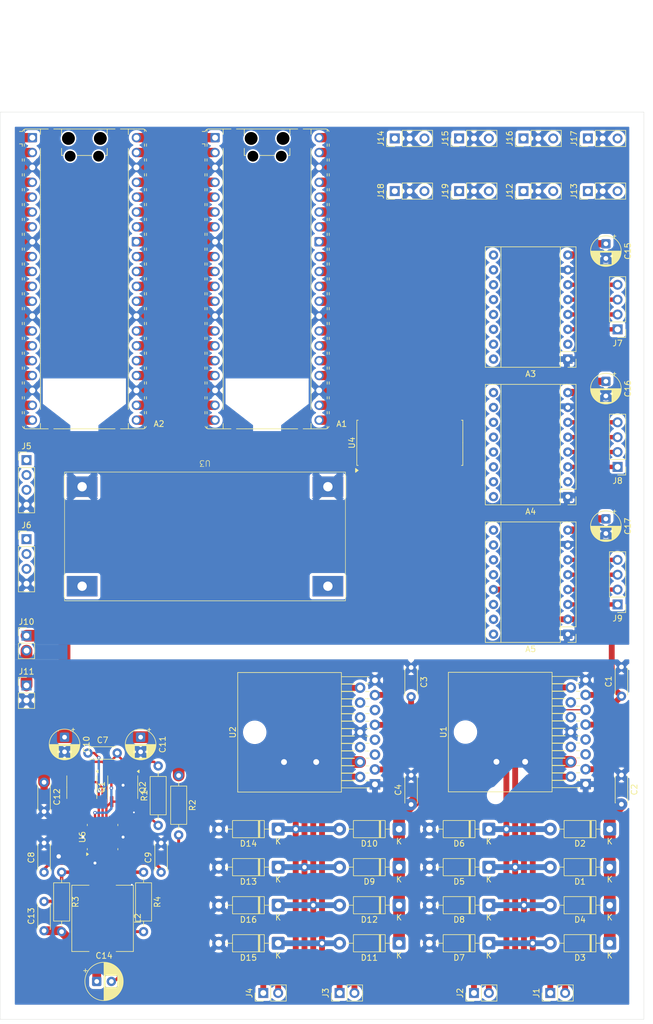
<source format=kicad_pcb>
(kicad_pcb (version 20241229) (generator "pcbnew") (generator_version "9.0")
  (layers (0 "F.Cu" signal) (2 "B.Cu" signal) (13 "F.Paste" user) (15 "B.Paste" user) (5 "F.SilkS" user "F.Silkscreen") (7 "B.SilkS" user "B.Silkscreen") (1 "F.Mask" user) (3 "B.Mask" user) (25 "Edge.Cuts" user))
  (net 0 "")
  (net 3 "I2C 0 SCL")
  (net 4 "Motor 2 Activation Pin")
  (net 5 "GNDPWR")
  (net 7 "Servo 3 PWM")
  (net 8 "Servo 8 PWM")
  (net 10 "Servo 2 PWM")
  (net 13 "+5VL")
  (net 14 "Servo 7 PWM")
  (net 16 "Servo 4 PWM")
  (net 18 "Servo 5 PWM")
  (net 20 "Motor 1 Activation Pin")
  (net 23 "Servo 1 PWM")
  (net 24 "Servo 6 PWM")
  (net 28 "Motor 3 Activation Pin")
  (net 30 "I2C 0 SDA")
  (net 33 "Motor 4 Activation Pin")
  (net 45 "I2C 1 SCL")
  (net 53 "I2C 1 SDA")
  (net 68 "Net-(A3-1A)")
  (net 69 "Net-(A3-1B)")
  (net 70 "Stepper 0 Sleep")
  (net 71 "Net-(A3-2A)")
  (net 72 "Steppers Dir")
  (net 73 "Stepper 0 Step")
  (net 74 "+12V")
  (net 75 "Net-(A3-2B)")
  (net 78 "Net-(A4-1B)")
  (net 80 "Stepper 1 Sleep")
  (net 81 "Net-(A4-2A)")
  (net 82 "Net-(A4-1A)")
  (net 85 "Net-(A4-2B)")
  (net 86 "Stepper 1 Step")
  (net 89 "Stepper 2 Sleep")
  (net 90 "Net-(A5-1B)")
  (net 91 "Net-(A5-1A)")
  (net 92 "Net-(A5-2A)")
  (net 93 "Stepper 2 Step")
  (net 96 "Net-(A5-2B)")
  (net 97 "Net-(U6-SW)")
  (net 98 "Net-(U6-BST)")
  (net 99 "Net-(U6-VCC)")
  (net 100 "Net-(U6-SS)")
  (net 101 "Net-(U6-FB)")
  (net 102 "+5VP")
  (net 103 "Net-(C14-Pad2)")
  (net 104 "Net-(D1-A)")
  (net 105 "Net-(D2-A)")
  (net 106 "Net-(D3-A)")
  (net 107 "Net-(D4-A)")
  (net 108 "Net-(D13-K)")
  (net 109 "Net-(D10-A)")
  (net 110 "Net-(D11-A)")
  (net 111 "Net-(D12-A)")
  (net 112 "Net-(J10-Pin_2)")
  (net 113 "Net-(Q1-G)")
  (net 114 "Net-(Q2-G)")
  (net 115 "Net-(U6-ILIM)")
  (net 116 "Net-(U6-RON)")
  (net 117 "Motor 1 Direction Pin 2")
  (net 118 "Motor 1 Direction Pin 1")
  (net 119 "Motor 2 Direction Pin 2")
  (net 120 "Motor 2 Direction Pin 1")
  (net 121 "Motor 4 Direction Pin 2")
  (net 122 "Motor 3 Direction Pin 1")
  (net 123 "Motor 3 Direction Pin 2")
  (net 124 "Motor 4 Direction Pin 1")
  (footprint "Connector_PinHeader_2.54mm:PinHeader_1x02_P2.54mm_Vertical" (layer "F.Cu") (at 235.5 218 90)
    (property "Reference" "J3")
    (property "Value" "Motor 2 Conn")
  )
  (footprint "Inductor_SMD:L_APV_APH1040" (layer "F.Cu") (at 195 205.25 -90)
    (property "Reference" "L2")
    (property "Value" "1.8uH")
  )
  (footprint "Capacitor_THT:C_Disc_D4.3mm_W1.9mm_P5.00mm" (layer "F.Cu") (at 185 197.3625 90)
    (property "Reference" "C8")
    (property "Value" "2.2uF")
  )
  (footprint "Module:Pololu_Breakout-16_15.2x20.3mm" (layer "F.Cu") (at 274.5 109.7 180)
    (property "Reference" "A3")
    (property "Value" "Pololu_Breakout_A4988")
  )
  (footprint "Package_SO:SOIC-8_3.9x4.9mm_P1.27mm" (layer "F.Cu") (at 198.45 182.8375 -90)
    (property "Reference" "Q2")
    (property "Value" "IRF8714PBF")
  )
  (footprint "Resistor_THT:R_Axial_DIN0207_L6.3mm_D2.5mm_P10.16mm_Horizontal" (layer "F.Cu") (at 208 180.84 -90)
    (property "Reference" "R2")
    (property "Value" "82.5kΩ")
  )
  (footprint "Diode_THT:D_DO-41_SOD81_P10.16mm_Horizontal" (layer "F.Cu") (at 281.66 209.5 180)
    (property "Reference" "D3")
    (property "Value" "1N4007")
  )
  (footprint "Connector_PinHeader_2.54mm:PinHeader_1x03_P2.54mm_Vertical" (layer "F.Cu") (at 266.92 81 90)
    (property "Reference" "J12")
    (property "Value" "Servo 4 Conn")
  )
  (footprint "Diode_THT:D_DO-41_SOD81_P10.16mm_Horizontal" (layer "F.Cu") (at 261 196.5 180)
    (property "Reference" "D5")
    (property "Value" "1N4007")
  )
  (footprint "Connector_PinHeader_2.54mm:PinHeader_1x04_P2.54mm_Vertical" (layer "F.Cu") (at 283 151.62 180)
    (property "Reference" "J9")
    (property "Value" "Stepper 2 Conn")
  )
  (footprint "Diode_THT:D_DO-41_SOD81_P10.16mm_Horizontal" (layer "F.Cu") (at 225 209.5 180)
    (property "Reference" "D15")
    (property "Value" "1N4007")
  )
  (footprint "Connector_PinHeader_2.54mm:PinHeader_1x04_P2.54mm_Vertical" (layer "F.Cu") (at 182 140.46)
    (property "Reference" "J6")
    (property "Value" "I2C 1 Conn")
  )
  (footprint "Module:RaspberryPi_Pico_Common_Unspecified" (layer "F.Cu") (at 191.89 96)
    (property "Reference" "A2")
    (property "Value" "RaspberryPi_Pico_W")
  )
  (footprint "Connector_PinHeader_2.54mm:PinHeader_1x03_P2.54mm_Vertical" (layer "F.Cu") (at 277.92 81 90)
    (property "Reference" "J13")
    (property "Value" "Servo 1 Conn")
  )
  (footprint "Capacitor_THT:C_Disc_D4.3mm_W1.9mm_P5.00mm" (layer "F.Cu") (at 185 207.3625 90)
    (property "Reference" "C13")
    (property "Value" "120pF")
  )
  (footprint "Package_SO:HTSSOP-14-1EP_4.4x5mm_P0.65mm_EP3.4x5mm_Mask3x3.1mm" (layer "F.Cu") (at 195 191.3625 90)
    (property "Reference" "U6")
    (property "Value" "LM3150MH")
  )
  (footprint "Module:Pololu_Breakout-16_15.2x20.3mm" (layer "F.Cu") (at 274.5 133.2 180)
    (property "Reference" "A4")
    (property "Value" "Pololu_Breakout_A4988")
  )
  (footprint "Connector_PinHeader_2.54mm:PinHeader_1x03_P2.54mm_Vertical" (layer "F.Cu") (at 244.92 72 90)
    (property "Reference" "J14")
    (property "Value" "Servo 2 Conn")
  )
  (footprint "Connector_PinHeader_2.54mm:PinHeader_1x02_P2.54mm_Vertical" (layer "F.Cu") (at 258.46 218 90)
    (property "Reference" "J2")
    (property "Value" "Motor 1 Conn")
  )
  (footprint "Connector_PinHeader_2.54mm:PinHeader_1x02_P2.54mm_Vertical" (layer "F.Cu") (at 271.5 218 90)
    (property "Reference" "J1")
    (property "Value" "Motor 0 Conn")
  )
  (footprint "Capacitor_THT:C_Disc_D4.3mm_W1.9mm_P5.00mm" (layer "F.Cu") (at 283.66 180.75 -90)
    (property "Reference" "C2")
    (property "Value" "100nF")
  )
  (footprint "Diode_THT:D_DO-41_SOD81_P10.16mm_Horizontal" (layer "F.Cu") (at 261 203 180)
    (property "Reference" "D8")
    (property "Value" "1N4007")
  )
  (footprint "Capacitor_THT:CP_Radial_D5.0mm_P2.50mm" (layer "F.Cu") (at 281 137 -90)
    (property "Reference" "C17")
    (property "Value" "100uF")
  )
  (footprint "Capacitor_THT:CP_Radial_D5.0mm_P2.50mm" (layer "F.Cu") (at 281 113.5 -90)
    (property "Reference" "C16")
    (property "Value" "100uF")
  )
  (footprint "Diode_THT:D_DO-41_SOD81_P10.16mm_Horizontal" (layer "F.Cu") (at 245.66 203 180)
    (property "Reference" "D12")
    (property "Value" "1N4007")
  )
  (footprint "Diode_THT:D_DO-41_SOD81_P10.16mm_Horizontal" (layer "F.Cu") (at 261 209.5 180)
    (property "Reference" "D7")
    (property "Value" "1N4007")
  )
  (footprint "Diode_THT:D_DO-41_SOD81_P10.16mm_Horizontal" (layer "F.Cu") (at 281.66 190 180)
    (property "Reference" "D2")
    (property "Value" "1N4007")
  )
  (footprint "Package_SO:SOIC-8_3.9x4.9mm_P1.27mm" (layer "F.Cu") (at 191.45 182.8375 -90)
    (property "Reference" "Q1")
    (property "Value" "IRF8714PBF")
  )
  (footprint "Capacitor_THT:CP_Radial_D5.0mm_P2.50mm" (layer "F.Cu") (at 281 90 -90)
    (property "Reference" "C15")
    (property "Value" "100uF")
  )
  (footprint "Connector_PinHeader_2.54mm:PinHeader_1x03_P2.54mm_Vertical" (layer "F.Cu") (at 244.92 81 90)
    (property "Reference" "J18")
    (property "Value" "Servo 7 Conn")
  )
  (footprint "Connector_PinHeader_2.54mm:PinHeader_1x03_P2.54mm_Vertical" (layer "F.Cu") (at 266.92 72 90)
    (property "Reference" "J16")
    (property "Value" "Servo 5 Conn")
  )
  (footprint "Capacitor_THT:CP_Radial_D5.0mm_P2.50mm" (layer "F.Cu") (at 201.5 174.294888 -90)
    (property "Reference" "C11")
    (property "Value" "10uF")
  )
  (footprint "Capacitor_THT:C_Disc_D4.3mm_W1.9mm_P5.00mm" (layer "F.Cu") (at 247.72 162.39 -90)
    (property "Reference" "C3")
    (property "Value" "100nF")
  )
  (footprint "Module:RaspberryPi_Pico_Common_Unspecified" (layer "F.Cu") (at 223.11 96)
    (property "Reference" "A1")
    (property "Value" "RaspberryPi_Pico")
  )
  (footprint "Diode_THT:D_DO-41_SOD81_P10.16mm_Horizontal" (layer "F.Cu") (at 245.66 190 180)
    (property "Reference" "D10")
    (property "Value" "1N4007")
  )
  (footprint "Connector_PinHeader_2.54mm:PinHeader_1x03_P2.54mm_Vertical" (layer "F.Cu") (at 255.92 72 90)
    (property "Reference" "J15")
    (property "Value" "Servo 3 Conn")
  )
  (footprint "Connector_PinHeader_2.54mm:PinHeader_1x02_P2.54mm_Vertical" (layer "F.Cu") (at 182 165.46)
    (property "Reference" "J11")
    (property "Value" "BAU")
  )
  (footprint "LM2596S-Module:LM2596S-Module" (layer "F.Cu") (at 212.5 140 180)
    (property "Reference" "U3")
    (property "Value" "~")
  )
  (footprint "Diode_THT:D_DO-41_SOD81_P10.16mm_Horizontal" (layer "F.Cu") (at 225 203 180)
    (property "Reference" "D16")
    (property "Value" "1N4007")
  )
  (footprint "Capacitor_THT:C_Disc_D4.3mm_W1.9mm_P5.00mm" (layer "F.Cu") (at 185 182 -90)
    (property "Reference" "C12")
    (property "Value" "100nF")
  )
  (footprint "Capacitor_THT:C_Disc_D4.3mm_W1.9mm_P5.00mm" (layer "F.Cu") (at 283.66 167.2925 90)
    (property "Reference" "C1")
    (property "Value" "100nF")
  )
  (footprint "Package_SO:SOIC-28W_7.5x17.9mm_P1.27mm" (layer "F.Cu") (at 247.5 124 90)
    (property "Reference" "U4")
    (property "Value" "MCP23017_SO")
  )
  (footprint "Diode_THT:D_DO-41_SOD81_P10.16mm_Horizontal" (layer "F.Cu") (at 281.66 203 180)
    (property "Reference" "D4")
    (property "Value" "1N4007")
  )
  (footprint "Module:Pololu_Breakout-16_15.2x20.3mm" (layer "F.Cu") (at 274.5 156.7 180)
    (property "Reference" "A5")
    (property "Value" "Pololu_Breakout_A4988")
  )
  (footprint "Connector_PinHeader_2.54mm:PinHeader_1x03_P2.54mm_Vertical" (layer "F.Cu") (at 277.92 72 90)
    (property "Reference" "J17")
    (property "Value" "Servo 6 Conn")
  )
  (footprint "Capacitor_THT:C_Disc_D4.3mm_W1.9mm_P5.00mm" (layer "F.Cu") (at 192.5 177)
    (property "Reference" "C7")
    (property "Value" "470nF")
  )
  (footprint "Diode_THT:D_DO-41_SOD81_P10.16mm_Horizontal" (layer "F.Cu") (at 281.66 196.5 180)
    (property "Reference" "D1")
    (property "Value" "1N4007")
  )
  (footprint "Diode_THT:D_DO-41_SOD81_P10.16mm_Horizontal" (layer "F.Cu") (at 245.66 196.5 180)
    (property "Reference" "D9")
    (property "Value" "1N4007")
  )
  (footprint "Resistor_THT:R_Axial_DIN0207_L6.3mm_D2.5mm_P10.16mm_Horizontal" (layer "F.Cu") (at 202 197.3625 -90)
    (property "Reference" "R4")
    (property "Value" "10kΩ")
  )
  (footprint "Capacitor_THT:CP_Radial_D6.3mm_P2.50mm" (layer "F.Cu") (at 194 216.0225)
    (property "Reference" "C14")
    (property "Value" "120uF")
  )
  (footprint "Package_TO_SOT_THT:TO-220-15_P2.54x2.54mm_StaggerOdd_Lead5.84mm_TabDown" (layer "F.Cu") (at 277.54 182.31 90)
    (property "Reference" "U1")
    (property "Value" "L298HN")
  )
  (footprint "Capacitor_THT:C_Disc_D4.3mm_W1.9mm_P5.00mm" (layer "F.Cu") (at 247.72 185.7925 90)
    (property "Reference" "C4")
    (property "Value" "100nF")
  )
  (footprint "Resistor_THT:R_Axial_DIN0207_L6.3mm_D2.5mm_P10.16mm_Horizontal" (layer "F.Cu") (at 188 197.3625 -90)
    (property "Reference" "R3")
    (property "Value" "73.2kΩ")
  )
  (footprint "Capacitor_THT:C_Disc_D4.3mm_W1.9mm_P5.00mm" (layer "F.Cu") (at 205 197.3625 90)
    (property "Reference" "C9")
    (property "Value" "15nF")
  )
  (footprint "Connector_PinHeader_2.54mm:PinHeader_1x04_P2.54mm_Vertical" (layer "F.Cu") (at 182 126.96)
    (property "Reference" "J5")
    (property "Value" "I2C 0 Conn")
  )
  (footprint "Diode_THT:D_DO-41_SOD81_P10.16mm_Horizontal" (layer "F.Cu") (at 245.66 209.5 180)
    (property "Reference" "D11")
    (property "Value" "1N4007")
  )
  (footprint "Connector_PinHeader_2.54mm:PinHeader_1x03_P2.54mm_Vertical" (layer "F.Cu") (at 255.92 81 90)
    (property "Reference" "J19")
    (property "Value" "Servo 8 Conn")
  )
  (footprint "Package_TO_SOT_THT:TO-220-15_P2.54x2.54mm_StaggerOdd_Lead5.84mm_TabDown" (layer "F.Cu") (at 241.54 182.35 90)
    (property "Reference" "U2")
    (property "Value" "L298HN")
  )
  (footprint "Diode_THT:D_DO-41_SOD81_P10.16mm_Horizontal" (layer "F.Cu") (at 261 190 180)
    (property "Reference" "D6")
    (property "Value" "1N4007")
  )
  (footprint "Connector_PinHeader_2.54mm:PinHeader_1x04_P2.54mm_Vertical" (layer "F.Cu") (at 283 128.12 180)
    (property "Reference" "J8")
    (property "Value" "Stepper 1 Conn")
  )
  (footprint "Diode_THT:D_DO-41_SOD81_P10.16mm_Horizontal" (layer "F.Cu") (at 225 190 180)
    (property "Reference" "D14")
    (property "Value" "1N4007")
  )
  (footprint "Connector_PinHeader_2.54mm:PinHeader_1x02_P2.54mm_Vertical" (layer "F.Cu") (at 222.46 218 90)
    (property "Reference" "J4")
    (property "Value" "Motor 3 Conn")
  )
  (footprint "Connector_PinHeader_2.54mm:PinHeader_1x04_P2.54mm_Vertical" (layer "F.Cu") (at 283 104.62 180)
    (property "Reference" "J7")
    (property "Value" "Stepper 0 Conn")
  )
  (footprint "Capacitor_THT:CP_Radial_D5.0mm_P2.50mm" (layer "F.Cu") (at 188.5 174.294888 -90)
    (property "Reference" "C10")
    (property "Value" "10uF")
  )
  (footprint "Diode_THT:D_DO-41_SOD81_P10.16mm_Horizontal" (layer "F.Cu") (at 225 196.5 180)
    (property "Reference" "D13")
    (property "Value" "1N4007")
  )
  (footprint "Resistor_THT:R_Axial_DIN0207_L6.3mm_D2.5mm_P10.16mm_Horizontal" (layer "F.Cu") (at 204.5 189.3625 90)
    (property "Reference" "R1")
    (property "Value" "665Ω")
  )
  (footprint "Connector_PinHeader_2.54mm:PinHeader_1x02_P2.54mm_Vertical" (layer "F.Cu") (at 182 156.96)
    (property "Reference" "J10")
    (property "Value" "12V Battery")
  )
  (gr_rect (start 177.5 67.5) (end 287.5 222.5) (stroke (width 0.05)) (fill no) (layer "Edge.Cuts"))
  (segment (start 277.54 169.61) (end 271.11 169.61) (width 0.2) (layer "F.Cu") (net 4))
  (segment (start 271.11 169.61) (end 269.5 168) (width 0.2) (layer "F.Cu") (net 4))
  (segment (start 195.65 192.0125) (end 195 191.3625) (width 0.5) (layer "F.Cu") (net 5))
  (segment (start 199.085 180.3625) (end 197.815 180.3625) (width 0.6) (layer "F.Cu") (net 5))
  (segment (start 196.3 190.0625) (end 195 191.3625) (width 0.5) (layer "F.Cu") (net 5))
  (segment (start 195 191.3625) (end 194.3625 191.3625) (width 0.5) (layer "F.Cu") (net 5))
  (segment (start 193.05 190.05) (end 193.05 188.5) (width 0.5) (layer "F.Cu") (net 5))
  (segment (start 199.085 180.3625) (end 199.085 181.915) (width 0.6) (layer "F.Cu") (net 5))
  (segment (start 195 191.3625) (end 191.6375 191.3625) (width 0.5) (layer "F.Cu") (net 5))
  (segment (start 196.3 188.5) (end 196.3 190.0625) (width 0.5) (layer "F.Cu") (net 5))
  (segment (start 200.355 180.3625) (end 199.085 180.3625) (width 0.6) (layer "F.Cu") (net 5))
  (segment (start 199.085 181.915) (end 198.5 182.5) (width 0.6) (layer "F.Cu") (net 5))
  (segment (start 195.65 194.225) (end 195.65 192.0125) (width 0.5) (layer "F.Cu") (net 5))
  (segment (start 195 191.3625) (end 198.5 191.3625) (width 0.5) (layer "F.Cu") (net 5))
  (segment (start 194.3625 191.3625) (end 193.05 190.05) (width 0.5) (layer "F.Cu") (net 5))
  (via (at 198.5 191.3625) (size 1) (drill 0.5) (layers "F.Cu" "B.Cu") (net 5))
  (via (at 198.5 182.5) (size 1) (drill 0.5) (layers "F.Cu" "B.Cu") (net 5))
  (via (at 191.6375 191.3625) (size 1) (drill 0.5) (layers "F.Cu" "B.Cu") (net 5))
  (segment (start 282 168.9525) (end 283.66 167.2925) (width 1) (layer "F.Cu") (net 13))
  (segment (start 282 155.5) (end 280.66 154.16) (width 1) (layer "F.Cu") (net 13))
  (segment (start 280.66 154.16) (end 274.5 154.16) (width 1) (layer "F.Cu") (net 13))
  (segment (start 282 171) (end 282 168.9525) (width 1) (layer "F.Cu") (net 13))
  (segment (start 246.31 172.19) (end 247.72 170.78) (width 1) (layer "F.Cu") (net 13))
  (segment (start 283.66 167.2925) (end 282 165.6325) (width 1) (layer "F.Cu") (net 13))
  (segment (start 247.72 170.78) (end 247.72 167.39) (width 1) (layer "F.Cu") (net 13))
  (segment (start 277.54 172.15) (end 280.85 172.15) (width 1) (layer "F.Cu") (net 13))
  (segment (start 265.58 149.08) (end 261.8 149.08) (width 1) (layer "F.Cu") (net 13))
  (segment (start 282 165.6325) (end 282 155.5) (width 1) (layer "F.Cu") (net 13))
  (segment (start 280.85 172.15) (end 282 171) (width 1) (layer "F.Cu") (net 13))
  (segment (start 270.66 154.16) (end 265.58 149.08) (width 1) (layer "F.Cu") (net 13))
  (segment (start 274.5 154.16) (end 270.66 154.16) (width 1) (layer "F.Cu") (net 13))
  (segment (start 241.54 172.19) (end 246.31 172.19) (width 1) (layer "F.Cu") (net 13))
  (segment (start 274.34 102.08) (end 283 102.08) (width 0.75) (layer "F.Cu") (net 68))
  (segment (start 283 104.62) (end 274.34 104.62) (width 0.75) (layer "F.Cu") (net 69))
  (segment (start 283 99.54) (end 274.34 99.54) (width 0.75) (layer "F.Cu") (net 71))
  (segment (start 245.66 190) (end 245.66 187.8525) (width 2) (layer "F.Cu") (net 74))
  (segment (start 186.205112 174.294888) (end 185 175.5) (width 2) (layer "F.Cu") (net 74))
  (segment (start 281 90) (end 278 90) (width 1.25) (layer "F.Cu") (net 74))
  (segment (start 188.5 158) (end 188.5 174.294888) (width 2) (layer "F.Cu") (net 74))
  (segment (start 208 175) (end 208 180.84) (width 2) (layer "F.Cu") (net 74))
  (segment (start 267.2 178.5) (end 275 178.5) (width 2) (layer "F.Cu") (net 74))
  (segment (start 201.5 174.294888) (end 207.294888 174.294888) (width 2) (layer "F.Cu") (net 74))
  (segment (start 278 113.5) (end 276.08 115.42) (width 1.25) (layer "F.Cu") (net 74))
  (segment (start 281.66 203) (end 281.66 196.5) (width 2) (layer "F.Cu") (net 74))
  (segment (start 188.5 174.294888) (end 186.205112 174.294888) (width 2) (layer "F.Cu") (net 74))
  (segment (start 245.66 203) (end 245.66 196.5) (width 2) (layer "F.Cu") (net 74))
  (segment (start 185 175.5) (end 185 182) (width 2) (layer "F.Cu") (net 74))
  (segment (start 193.7 194.225) (end 193.7 195.8) (width 0.6) (layer "F.Cu") (net 74))
  (segment (start 239 178.54) (end 231.5 178.54) (width 2) (layer "F.Cu") (net 74))
  (segment (start 211.54 178.54) (end 208 175) (width 2) (layer "F.Cu") (net 74))
  (segment (start 281.66 196.5) (end 281.66 190) (width 2) (layer "F.Cu") (net 74))
  (segment (start 255.0125 178.5) (end 247.72 185.7925) (width 2) (layer "F.Cu") (net 74))
  (segment (start 226 178.54) (end 211.54 178.54) (width 2) (layer "F.Cu") (net 74))
  (segment (start 187.46 156.96) (end 188.5 158) (width 2) (layer "F.Cu") (net 74))
  (segment (start 189.545 185.3125) (end 185.8125 185.3125) (width 1.25) (layer "F.Cu") (net 74))
  (segment (start 281.66 187.75) (end 283.66 185.75) (width 2) (layer "F.Cu") (net 74))
  (segment (start 192.085 185.3125) (end 190.815 185.3125) (width 1.25) (layer "F.Cu") (net 74))
  (segment (start 281 113.5) (end 278 113.5) (width 1.25) (layer "F.Cu") (net 74))
  (segment (start 193.355 185.3125) (end 192.085 185.3125) (width 1.25) (layer "F.Cu") (net 74))
  (segment (start 276.08 91.92) (end 274.5 91.92) (width 1.25) (layer "F.Cu") (net 74))
  (segment (start 188.5 174.294888) (end 201.5 174.294888) (width 2) (layer "F.Cu") (net 74))
  (segment (start 187.5 187) (end 185.8125 185.3125) (width 1.25) (layer "F.Cu") (net 74))
  (segment (start 185.8125 185.3125) (end 185 184.5) (width 1.25) (layer "F.Cu") (net 74))
  (segment (start 278 137) (end 276.08 138.92) (width 1.25) (layer "F.Cu") (net 74))
  (segment (start 278 90) (end 276.08 91.92) (width 1.25) (layer "F.Cu") (net 74))
  (segment (start 276.08 138.92) (end 274.5 138.92) (width 1.25) (layer "F.Cu") (net 74))
  (segment (start 281.66 190) (end 281.66 187.75) (width 2) (layer "F.Cu") (net 74))
  (segment (start 182 156.96) (end 187.46 156.96) (width 2) (layer "F.Cu") (net 74))
  (segment (start 185 184.5) (end 185 182) (width 1.25) (layer "F.Cu") (net 74))
  (segment (start 281 137) (end 278 137) (width 1.25) (layer "F.Cu") (net 74))
  (segment (start 245.66 187.8525) (end 247.72 185.7925) (width 2) (layer "F.Cu") (net 74))
  (segment (start 187.5 194.6625) (end 187.5 187) (width 1.25) (layer "F.Cu") (net 74))
  (segment (start 245.66 209.5) (end 245.66 203) (width 2) (layer "F.Cu") (net 74))
  (segment (start 190.815 185.3125) (end 189.545 185.3125) (width 1.25) (layer "F.Cu") (net 74))
  (segment (start 207.294888 174.294888) (end 208 175) (width 2) (layer "F.Cu") (net 74))
  (segment (start 276.08 115.42) (end 274.5 115.42) (width 1.25) (layer "F.Cu") (net 74))
  (segment (start 245.66 196.5) (end 245.66 190) (width 2) (layer "F.Cu") (net 74))
  (segment (start 262.3 178.5) (end 255.0125 178.5) (width 2) (layer "F.Cu") (net 74))
  (segment (start 281.66 209.5) (end 281.66 203) (width 2) (layer "F.Cu") (net 74))
  (via (at 226 178.54) (size 2) (drill 1) (layers "F.Cu" "B.Cu") (net 74))
  (via (at 193.7 195.8) (size 1) (drill 0.5) (layers "F.Cu" "B.Cu") (net 74))
  (via (at 262.3 178.5) (size 2) (drill 1) (layers "F.Cu" "B.Cu") (net 74))
  (via (at 231.5 178.54) (size 2) (drill 1) (layers "F.Cu" "B.Cu") (net 74))
  (via (at 187.5 194.6625) (size 1.5) (drill 0.75) (layers "F.Cu" "B.Cu") (net 74))
  (via (at 267.2 178.5) (size 2) (drill 1) (layers "F.Cu" "B.Cu") (net 74))
  (segment (start 262.3 178.5) (end 267.2 178.5) (width 2) (layer "B.Cu") (net 74))
  (segment (start 274.45 185.75) (end 267.2 178.5) (width 2) (layer "B.Cu") (net 74))
  (segment (start 188.6375 195.8) (end 193.7 195.8) (width 0.6) (layer "B.Cu") (net 74))
  (segment (start 283.66 185.75) (end 274.45 185.75) (width 2) (layer "B.Cu") (net 74))
  (segment (start 238.7525 185.7925) (end 231.5 178.54) (width 2) (layer "B.Cu") (net 74))
  (segment (start 231.5 178.54) (end 226 178.54) (width 2) (layer "B.Cu") (net 74))
  (segment (start 187.5 194.6625) (end 188.6375 195.8) (width 0.6) (layer "B.Cu") (net 74))
  (segment (start 247.72 185.7925) (end 238.7525 185.7925) (width 2) (layer "B.Cu") (net 74))
  (segment (start 283 97) (end 274.34 97) (width 0.75) (layer "F.Cu") (net 75))
  (segment (start 274.5 128.12) (end 283 128.12) (width 0.75) (layer "F.Cu") (net 78))
  (segment (start 274.5 123.04) (end 283 123.04) (width 0.75) (layer "F.Cu") (net 81))
  (segment (start 274.5 125.58) (end 283 125.58) (width 0.75) (layer "F.Cu") (net 82))
  (segment (start 274.5 120.5) (end 283 120.5) (width 0.75) (layer "F.Cu") (net 85))
  (segment (start 274.5 151.62) (end 283 151.62) (width 0.75) (layer "F.Cu") (net 90))
  (segment (start 283 149.08) (end 274.5 149.08) (width 0.75) (layer "F.Cu") (net 91))
  (segment (start 274.5 146.54) (end 283 146.54) (width 0.75) (layer "F.Cu") (net 92))
  (segment (start 283 144) (end 274.5 144) (width 0.75) (layer "F.Cu") (net 96))
  (segment (start 195 178.5) (end 193 178.5) (width 0.4) (layer "F.Cu") (net 97))
  (segment (start 195.65 179.15) (end 197.5 177.3) (width 0.4) (layer "F.Cu") (net 97))
  (segment (start 199.085 185.3125) (end 197.815 185.3125) (width 0.4) (layer "F.Cu") (net 97))
  (segment (start 195.65 179.15) (end 195 178.5) (width 0.4) (layer "F.Cu") (net 97))
  (segment (start 195.65 188.5) (end 195.65 186.2075) (width 0.4) (layer "F.Cu") (net 97))
  (segment (start 203.7975 178.5) (end 198.7 178.5) (width 0.4) (layer "F.Cu") (net 97))
  (segment (start 198.7 178.5) (end 197.5 177.3) (width 0.4) (layer "F.Cu") (net 97))
  (segment (start 200 199.5) (end 199 200.5) (width 0.4) (layer "F.Cu") (net 97))
  (segment (start 192.085 180.3625) (end 190.815 180.3625) (width 0.4) (layer "F.Cu") (net 97))
  (segment (start 193.355 180.3625) (end 192.085 180.3625) (width 0.4) (layer "F.Cu") (net 97))
  (segment (start 197.5 177.3) (end 197.5 177) (width 0.4) (layer "F.Cu") (net 97))
  (segment (start 204.5 179.2025) (end 203.7975 178.5) (width 0.4) (layer "F.Cu") (net 97))
  (segment (start 200.355 187.145) (end 200.355 185.3125) (width 0.4) (layer "F.Cu") (net 97))
  (segment (start 192.085 179.415) (end 192.085 180.3625) (width 0.4) (layer "F.Cu") (net 97))
  (segment (start 200.355 185.3125) (end 199.085 185.3125) (width 0.4) (layer "F.Cu") (net 97))
  (segment (start 199 200.5) (end 195 200.5) (width 0.4) (layer "F.Cu") (net 97))
  (segment (start 193 178.5) (end 192.085 179.415) (width 0.4) (layer "F.Cu") (net 97))
  (segment (start 195.65 186.2075) (end 196.545 185.3125) (width 0.4) (layer "F.Cu") (net 97))
  (segment (start 197.815 185.3125) (end 196.545 185.3125) (width 0.4) (layer "F.Cu") (net 97))
  (segment (start 195.65 186.2075) (end 195.65 179.15) (width 0.4) (layer "F.Cu") (net 97))
  (via (at 200.355 187.145) (size 0.6) (drill 0.3) (layers "F.Cu" "B.Cu") (net 97))
  (via (at 200 199.5) (size 0.6) (drill 0.3) (layers "F.Cu" "B.Cu") (net 97))
  (segment (start 200 199.5) (end 200.355 199.145) (width 0.4) (layer "B.Cu") (net 97))
  (segment (start 200.355 199.145) (end 200.355 187.145) (width 0.4) (layer "B.Cu") (net 97))
  (segment (start 194.35 177.8) (end 193.55 177) (width 0.4) (layer "F.Cu") (net 98))
  (segment (start 193.55 177) (end 192.5 177) (width 0.4) (layer "F.Cu") (net 98))
  (segment (start 194.35 183.5) (end 194.35 188.5) (width 0.4) (layer "F.Cu") (net 98))
  (via (at 194.35 177.8) (size 0.6) (drill 0.3) (layers "F.Cu" "B.Cu") (net 98))
  (via (at 194.35 183.5) (size 0.6) (drill 0.3) (layers "F.Cu" "B.Cu") (net 98))
  (segment (start 194.35 177.8) (end 194.35 183.5) (width 0.4) (layer "B.Cu") (net 98))
  (segment (start 193.05 194.8125) (end 193.05 194.225) (width 0.3) (layer "F.Cu") (net 99))
  (segment (start 185 197.3625) (end 185 196.8625) (width 0.5) (layer "F.Cu") (net 99))
  (segment (start 185 196.8625) (end 186 195.8625) (width 0.5) (layer "F.Cu") (net 99))
  (segment (start 186 195.8625) (end 192 195.8625) (width 0.5) (layer "F.Cu") (net 99))
  (segment (start 192 195.8625) (end 193.05 194.8125) (width 0.5) (layer "F.Cu") (net 99))
  (segment (start 197.23013 195.8625) (end 204 195.8625) (width 0.5) (layer "F.Cu") (net 100))
  (segment (start 196.3 194.225) (end 196.3 194.93237) (width 0.5) (layer "F.Cu") (net 100))
  (segment (start 205 196.8625) (end 205 197.3625) (width 0.3) (layer "F.Cu") (net 100))
  (segment (start 196.3 194.93237) (end 197.23013 195.8625) (width 0.5) (layer "F.Cu") (net 100))
  (segment (start 204 195.8625) (end 205 196.8625) (width 0.5) (layer "F.Cu") (net 100))
  (segment (start 188 201.5) (end 188 197.3625) (width 0.6) (layer "F.Cu") (net 101))
  (segment (start 194.1375 197.3625) (end 195 196.5) (width 0.6) (layer "F.Cu") (net 101))
  (segment (start 187.1375 202.3625) (end 188 201.5) (width 0.6) (layer "F.Cu") (net 101))
  (segment (start 195.8625 197.3625) (end 202 197.3625) (width 0.6) (layer "F.Cu") (net 101))
  (segment (start 195 196.5) (end 195 194.225) (width 0.6) (layer "F.Cu") (net 101))
  (segment (start 185 202.3625) (end 187.1375 202.3625) (width 0.6) (layer "F.Cu") (net 101))
  (segment (start 188 197.3625) (end 194.1375 197.3625) (width 0.6) (layer "F.Cu") (net 101))
  (segment (start 195 196.5) (end 195.8625 197.3625) (width 0.6) (layer "F.Cu") (net 101))
  (segment (start 195 210) (end 190.4775 210) (width 1.5) (layer "F.Cu") (net 102))
  (segment (start 188 207.5225) (end 187.9775 207.5) (width 1.5) (layer "F.Cu") (net 102))
  (segment (start 187.84 207.3625) (end 188 207.5225) (width 1.5) (layer "F.Cu") (net 102))
  (segment (start 194 216.0225) (end 194 211) (width 1.5) (layer "F.Cu") (net 102))
  (segment (start 190.4775 210) (end 188 207.5225) (width 1.5) (layer "F.Cu") (net 102))
  (segment (start 194 211) (end 195 210) (width 1.5) (layer "F.Cu") (net 102))
  (segment (start 185 207.3625) (end 187.84 207.3625) (width 1.5) (layer "F.Cu") (net 102))
  (segment (start 198 208.5) (end 198 215.02089) (width 0.5) (layer "F.Cu") (net 103))
  (segment (start 196.99839 216.0225) (end 196.5 216.0225) (width 0.5) (layer "F.Cu") (net 103))
  (segment (start 202 207.5225) (end 198.9775 207.5225) (width 0.5) (layer "F.Cu") (net 103))
  (segment (start 198.9775 207.5225) (end 198 208.5) (width 0.5) (layer "F.Cu") (net 103))
  (segment (start 198 215.02089) (end 196.99839 216.0225) (width 0.5) (layer "F.Cu") (net 103))
  (segment (start 265.5 167) (end 266.7 165.8) (width 1) (layer "F.Cu") (net 104))
  (segment (start 266.7 165.8) (end 275 165.8) (width 1) (layer "F.Cu") (net 104))
  (segment (start 265.5 196.5) (end 265.5 167) (width 1) (layer "F.Cu") (net 104))
  (segment (start 262 215) (end 261 216) (width 1) (layer "F.Cu") (net 104))
  (segment (start 261 216) (end 261 218) (width 1) (layer "F.Cu") (net 104))
  (segment (start 265.5 214) (end 264.5 215) (width 1) (layer "F.Cu") (net 104))
  (segment (start 265.5 214) (end 265.5 196.5) (width 1) (layer "F.Cu") (net 104))
  (segment (start 264.5 215) (end 262 215) (width 1) (layer "F.Cu") (net 104))
  (via (at 265.5 196.5) (size 1.5) (drill 0.75) (layers "F.Cu" "B.Cu") (net 104))
  (segment (start 261 196.5) (end 265.5 196.5) (width 1) (layer "B.Cu") (net 104))
  (segment (start 271.5 196.5) (end 265.5 196.5) (width 1) (layer "B.Cu") (net 104))
  (segment (start 280.5 166) (end 279.43 167.07) (width 1) (layer "F.Cu") (net 105))
  (segment (start 264 212.5) (end 263 213.5) (width 1) (layer "F.Cu") (net 105))
  (segment (start 258.46 214.54) (end 258.46 218) (width 1) (layer "F.Cu") (net 105))
  (segment (start 265 162.5) (end 279.5 162.5) (width 1) (layer "F.Cu") (net 105))
  (segment (start 264 163.5) (end 265 162.5) (width 1) (layer "F.Cu") (net 105))
  (segment (start 279.43 167.07) (end 277.54 167.07) (width 1) (layer "F.Cu") (net 105))
  (segment (start 259.5 213.5) (end 258.46 214.54) (width 1) (layer "F.Cu") (net 105))
  (segment (start 263 213.5) (end 259.5 213.5) (width 1) (layer "F.Cu") (net 105))
  (segment (start 279.5 162.5) (end 280.5 163.5) (width 1) (layer "F.Cu") (net 105))
  (segment (start 280.5 163.5) (end 280.5 166) (width 1) (layer "F.Cu") (net 105))
  (segment (start 264 190) (end 264 163.5) (width 1) (layer "F.Cu") (net 105))
  (segment (start 264 190) (end 264 212.5) (width 1) (layer "F.Cu") (net 105))
  (via (at 264 190) (size 1.5) (drill 0.75) (layers "F.Cu" "B.Cu") (net 105))
  (segment (start 271.5 190) (end 264 190) (width 1) (layer "B.Cu") (net 105))
  (segment (start 261 190) (end 264 190) (width 1) (layer "B.Cu") (net 105))
  (segment (start 279.5 186) (end 280.5 185) (width 1) (layer "F.Cu") (net 106))
  (segment (start 280.5 181) (end 279.27 179.77) (width 1) (layer "F.Cu") (net 106))
  (segment (start 268.5 209.5) (end 268.5 212.5) (width 1) (layer "F.Cu") (net 106))
  (segment (start 279.27 179.77) (end 277.54 179.77) (width 1) (layer "F.Cu") (net 106))
  (segment (start 269.5 186) (end 279.5 186) (width 1) (layer "F.Cu") (net 106))
  (segment (start 273 213.5) (end 274.04 214.54) (width 1) (layer "F.Cu") (net 106))
  (segment (start 268.5 187) (end 269.5 186) (width 1) (layer "F.Cu") (net 106))
  (segment (start 280.5 185) (end 280.5 181) (width 1) (layer "F.Cu") (net 106))
  (segment (start 268.5 212.5) (end 269.5 213.5) (width 1) (layer "F.Cu") (net 106))
  (segment (start 274.04 214.54) (end 274.04 218) (width 1) (layer "F.Cu") (net 106))
  (segment (start 269.5 213.5) (end 273 213.5) (width 1) (layer "F.Cu") (net 106))
  (segment (start 268.5 209.5) (end 268.5 187) (width 1) (layer "F.Cu") (net 106))
  (via (at 268.5 209.5) (size 1.5) (drill 0.75) (layers "F.Cu" "B.Cu") (net 106))
  (segment (start 268.5 209.5) (end 261 209.5) (width 1) (layer "B.Cu") (net 106))
  (segment (start 271.5 209.5) (end 268.5 209.5) (width 1) (layer "B.Cu") (net 106))
  (segment (start 271.5 216) (end 271.5 218) (width 1) (layer "F.Cu") (net 107))
  (segment (start 267 182) (end 267.96 181.04) (width 1) (layer "F.Cu") (net 107))
  (segment (start 270.5 215) (end 271.5 216) (width 1) (layer "F.Cu") (net 107))
  (segment (start 267 203) (end 267 214) (width 1) (layer "F.Cu") (net 107))
  (segment (start 267.96 181.04) (end 275 181.04) (width 1) (layer "F.Cu") (net 107))
  (segment (start 268 215) (end 270.5 215) (width 1) (layer "F.Cu") (net 107))
  (segment (start 267 214) (end 268 215) (width 1) (layer "F.Cu") (net 107))
  (segment (start 267 203) (end 267 182) (width 1) (layer "F.Cu") (net 107))
  (via (at 267 203) (size 1.5) (drill 0.75) (layers "F.Cu" "B.Cu") (net 107))
  (segment (start 271.5 203) (end 267 203) (width 1) (layer "B.Cu") (net 107))
  (segment (start 261 203) (end 267 203) (width 1) (layer "B.Cu") (net 107))
  (segment (start 230.62 165.88) (end 239 165.88) (width 1) (layer "F.Cu") (net 108))
  (segment (start 229.5 214) (end 228.5 215) (width 1) (layer "F.Cu") (net 108))
  (segment (start 226 215) (end 225 216) (width 1) (layer "F.Cu") (net 108))
  (segment (start 229.5 167) (end 230.62 165.88) (width 1) (layer "F.Cu") (net 108))
  (segment (start 228.5 215) (end 226 215) (width 1) (layer "F.Cu") (net 108))
  (segment (start 229.5 214) (end 229.5 196.5) (width 1) (layer "F.Cu") (net 108))
  (segment (start 225 216) (end 225 218) (width 1) (layer "F.Cu") (net 108))
  (segment (start 229.5 196.5) (end 229.5 167) (width 1) (layer "F.Cu") (net 108))
  (via (at 229.5 196.5) (size 1.5) (drill 0.75) (layers "F.Cu" "B.Cu") (net 108))
  (segment (start 235.5 196.5) (end 229.5 196.5) (width 1) (layer "B.Cu") (net 108))
  (segment (start 225 196.5) (end 229.5 196.5) (width 1) (layer "B.Cu") (net 108))
  (segment (start 227 213.5) (end 223.5 213.5) (width 1) (layer "F.Cu") (net 109))
  (segment (start 228 212.5) (end 227 213.5) (width 1) (layer "F.Cu") (net 109))
  (segment (start 243.5 162.5) (end 244.5 163.5) (width 1) (layer "F.Cu") (net 109))
  (segment (start 223.5 213.5) (end 222.46 214.54) (width 1) (layer "F.Cu") (net 109))
  (segment (start 228 190) (end 228 212.5) (width 1) (layer "F.Cu") (net 109))
  (segment (start 243.43 167.07) (end 241.54 167.07) (width 1) (layer "F.Cu") (net 109))
  (segment (start 228 190) (end 228 163.5) (width 1) (layer "F.Cu") (net 109))
  (segment (start 244.5 163.5) (end 244.5 166) (width 1) (layer "F.Cu") (net 109))
  (segment (start 229 162.5) (end 243.5 162.5) (width 1) (layer "F.Cu") (net 109))
  (segment (start 244.5 166) (end 243.43 167.07) (width 1) (layer "F.Cu") (net 109))
  (segment (start 222.46 214.54) (end 222.46 218) (width 1) (layer "F.Cu") (net 109))
  (segment (start 228 163.5) (end 229 162.5) (width 1) (layer "F.Cu") (net 109))
  (via (at 228 190) (size 1.5) (drill 0.75) (layers "F.Cu" "B.Cu") (net 109))
  (segment (start 235.5 190) (end 228 190) (width 1) (layer "B.Cu") (net 109))
  (segment (start 225 190) (end 228 190) (width 1) (layer "B.Cu") (net 109))
  (segment (start 238.04 214.54) (end 238.04 218) (width 1) (layer "F.Cu") (net 110))
  (segment (start 237 213.5) (end 238.04 214.54) (width 1) (layer "F.Cu") (net 110))
  (segment (start 232.5 212.5) (end 233.5 213.5) (width 1) (layer "F.Cu") (net 110))
  (segment (start 233.5 213.5) (end 237 213.5) (width 1) (layer "F.Cu") (net 110))
  (segment (start 244.5 185) (end 244.5 181) (width 1) (layer "F.Cu") (net 110))
  (segment (start 243.31 179.81) (end 241.54 179.81) (width 1) (layer "F.Cu") (net 110))
  (segment (start 232.5 209.5) (end 232.5 187) (width 1) (layer "F.Cu") (net 110))
  (segment (start 232.5 209.5) (end 232.5 212.5) (width 1) (layer "F.Cu") (net 110))
  (segment (start 232.5 187) (end 233.5 186) (width 1) (layer "F.Cu") (net 110))
  (segment (start 233.5 186) (end 243.5 186) (width 1) (layer "F.Cu") (net 110))
  (segment (start 244.5 181) (end 243.31 179.81) (width 1) (layer "F.Cu") (net 110))
  (segment (start 243.5 186) (end 244.5 185) (width 1) (layer "F.Cu") (net 110))
  (via (at 232.5 209.5) (size 1.5) (drill 0.75) (layers "F.Cu" "B.Cu") (net 110))
  (segment (start 235.5 209.5) (end 232.5 209.5) (width 1) (layer "B.Cu") (net 110))
  (segment (start 232.5 209.5) (end 225 209.5) (width 1) (layer "B.Cu") (net 110))
  (segment (start 231 182.08) (end 232.04 181.04) (width 1) (layer "F.Cu") (net 111))
  (segment (start 231 203) (end 231 182.08) (width 1) (layer "F.Cu") (net 111))
  (segment (start 232.04 181.04) (end 238.68 181.04) (width 1) (layer "F.Cu") (net 111))
  (segment (start 231 214) (end 232 215) (width 1) (layer "F.Cu") (net 111))
  (segment (start 234.5 215) (end 235.5 216) (width 1) (layer "F.Cu") (net 111))
  (segment (start 231 203) (end 231 214) (width 1) (layer "F.Cu") (net 111))
  (segment (start 232 215) (end 234.5 215) (width 1) (layer "F.Cu") (net 111))
  (segment (start 235.5 216) (end 235.5 218) (width 1) (layer "F.Cu") (net 111))
  (via (at 231 203) (size 1.5) (drill 0.75) (layers "F.Cu" "B.Cu") (net 111))
  (segment (start 225 203) (end 231 203) (width 1) (layer "B.Cu") (net 111))
  (segment (start 235.5 203) (end 231 203) (width 1) (layer "B.Cu") (net 111))
  (segment (start 182 165.46) (end 182 159.5) (width 2) (layer "F.Cu") (net 112))
  (segment (start 195 183) (end 195 188.5) (width 0.4) (layer "F.Cu") (net 113))
  (segment (start 189.545 181.337499) (end 190.175553 181.968052) (width 0.4) (layer "F.Cu") (net 113))
  (segment (start 189.545 180.3625) (end 189.545 181.337499) (width 0.4) (layer "F.Cu") (net 113))
  (segment (start 190.175553 181.968052) (end 193.968052 181.968052) (width 0.4) (layer "F.Cu") (net 113))
  (segment (start 193.968052 181.968052) (end 195 183) (width 0.4) (layer "F.Cu") (net 113))
  (segment (start 193.7 188.5) (end 193.7 187.2) (width 0.4) (layer "F.Cu") (net 114))
  (segment (start 196.5 183) (end 196.5 180.4075) (width 0.4) (layer "F.Cu") (net 114))
  (segment (start 196.5 180.4075) (end 196.545 180.3625) (width 0.4) (layer "F.Cu") (net 114))
  (via (at 193.7 187.2) (size 0.6) (drill 0.3) (layers "F.Cu" "B.Cu") (net 114))
  (via (at 196.5 183) (size 0.6) (drill 0.3) (layers "F.Cu" "B.Cu") (net 114))
  (segment (start 196.5 183) (end 196.5 186.5) (width 0.4) (layer "B.Cu") (net 114))
  (segment (start 196.5 186.5) (end 195.8 187.2) (width 0.4) (layer "B.Cu") (net 114))
  (segment (start 195.8 187.2) (end 193.7 187.2) (width 0.4) (layer "B.Cu") (net 114))
  (segment (start 204.5 189.3625) (end 203.6375 188.5) (width 0.4) (layer "F.Cu") (net 115))
  (segment (start 203.6375 188.5) (end 196.95 188.5) (width 0.4) (layer "F.Cu") (net 115))
  (segment (start 208 193.3625) (end 208 191) (width 0.5) (layer "F.Cu") (net 116))
  (segment (start 196.95 194.225) (end 207.1375 194.225) (width 0.5) (layer "F.Cu") (net 116))
  (segment (start 207.1375 194.225) (end 208 193.3625) (width 0.5) (layer "F.Cu") (net 116))
  (zone (net 5) (net_name "GNDPWR") (layer "B.Cu") (priority 2) (connect_pads (clearance 0.5)) (min_thickness 0.25) (fill yes (thermal_gap 0.5) (thermal_bridge_width 1))
    (polygon (pts (xy 189 161) (xy 180 161) (xy 180 158.5) (xy 189 158.5)))
  )
  (zone (net 5) (net_name "GNDPWR") (layer "B.Cu") (priority 1) (connect_pads (clearance 0.5)) (min_thickness 0.25) (fill yes (thermal_gap 0.5) (thermal_bridge_width 1))
    (polygon (pts (xy 180 70) (xy 285 70) (xy 285 158.5) (xy 180 158.5)))
  )
  (zone (net 5) (net_name "GNDPWR") (layer "B.Cu") (connect_pads (clearance 0.5)) (min_thickness 0.25) (fill yes (thermal_gap 0.5) (thermal_bridge_width 1))
    (polygon (pts (xy 180 161) (xy 180 220) (xy 285 220) (xy 285 161)))
  )
)
</source>
